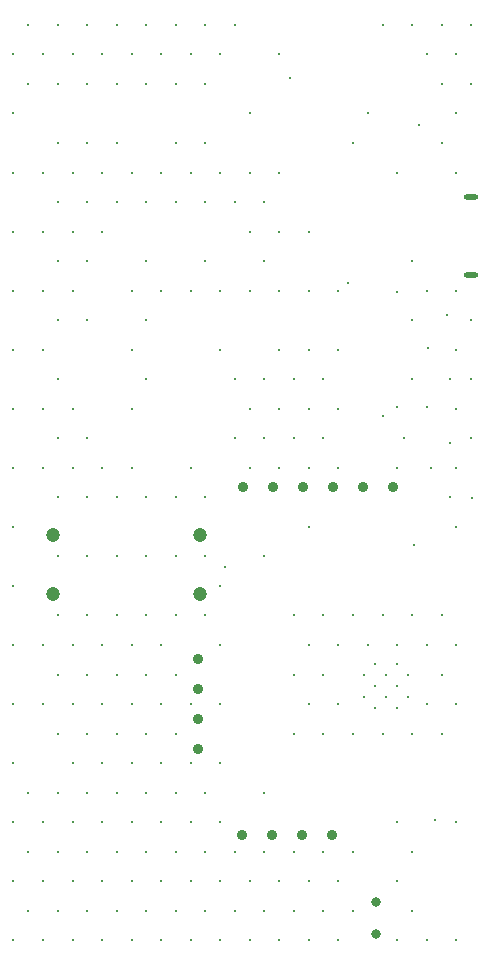
<source format=gbr>
%TF.GenerationSoftware,Altium Limited,Altium Designer,25.7.1 (20)*%
G04 Layer_Color=0*
%FSLAX45Y45*%
%MOMM*%
%TF.SameCoordinates,81D67EAA-D314-4BFC-ACE0-956B7E053A61*%
%TF.FilePolarity,Positive*%
%TF.FileFunction,Plated,1,2,PTH,Drill*%
%TF.Part,Single*%
G01*
G75*
%TA.AperFunction,ComponentDrill*%
%ADD89C,0.90000*%
%ADD90C,1.20000*%
%ADD91C,0.81280*%
%ADD92C,0.90000*%
%ADD93O,1.20000X0.50000*%
%ADD94C,0.20000*%
%TA.AperFunction,ViaDrill,NotFilled*%
%ADD95C,0.30000*%
D89*
X16967200Y8089900D02*
D03*
X16713200D02*
D03*
X16459200D02*
D03*
X16205200D02*
D03*
X15697200D02*
D03*
X15951199D02*
D03*
X16192500Y5143500D02*
D03*
X16446500D02*
D03*
X15684500D02*
D03*
X15938499D02*
D03*
D90*
X14081599Y7679500D02*
D03*
X15331599D02*
D03*
Y7179501D02*
D03*
X14081599D02*
D03*
D91*
X16820341Y4572000D02*
D03*
Y4305300D02*
D03*
D92*
X15316200Y6375400D02*
D03*
Y6121400D02*
D03*
Y6629400D02*
D03*
Y5867400D02*
D03*
D93*
X17627600Y9880798D02*
D03*
Y10540802D02*
D03*
D94*
X16719499Y6495049D02*
D03*
Y6311549D02*
D03*
X16811249Y6586799D02*
D03*
Y6403299D02*
D03*
Y6219800D02*
D03*
X16902998Y6495049D02*
D03*
Y6311549D02*
D03*
X16994749Y6586799D02*
D03*
Y6403299D02*
D03*
Y6219800D02*
D03*
X17086499Y6495049D02*
D03*
Y6311549D02*
D03*
D95*
X17283501Y8250000D02*
D03*
X17145000Y7594600D02*
D03*
X16586200Y9817100D02*
D03*
X17000002Y9742100D02*
D03*
X17420782Y9545783D02*
D03*
X17125002Y9500000D02*
D03*
X17261034Y9261033D02*
D03*
X17448599Y8000000D02*
D03*
Y8457116D02*
D03*
Y9000000D02*
D03*
X17500002Y7750000D02*
D03*
Y8250000D02*
D03*
Y8750000D02*
D03*
X17250002Y8761800D02*
D03*
X17125002Y9000000D02*
D03*
X17057269Y8500000D02*
D03*
X17000002Y8250000D02*
D03*
Y8761800D02*
D03*
X16878300Y8686800D02*
D03*
X17628523Y7996477D02*
D03*
X17625002Y8500000D02*
D03*
Y12000000D02*
D03*
X17500002Y11750000D02*
D03*
X17625002Y11500000D02*
D03*
X17500002Y11250000D02*
D03*
Y10750000D02*
D03*
Y9750000D02*
D03*
X17625002Y9500000D02*
D03*
X17500002Y9250000D02*
D03*
X17625002Y9000000D02*
D03*
X17500002Y6750000D02*
D03*
Y6250000D02*
D03*
Y5250000D02*
D03*
Y4250000D02*
D03*
X17375002Y12000000D02*
D03*
X17250002Y11750000D02*
D03*
X17375002Y11500000D02*
D03*
Y11000000D02*
D03*
X17250002Y9750000D02*
D03*
X17375002Y7000000D02*
D03*
X17250002Y6750000D02*
D03*
X17375002Y6500000D02*
D03*
X17250002Y6250000D02*
D03*
X17375002Y6000000D02*
D03*
X17250002Y4250000D02*
D03*
X17125002Y12000000D02*
D03*
X17000002Y10750000D02*
D03*
X17125002Y10000000D02*
D03*
Y7000000D02*
D03*
X17000002Y6750000D02*
D03*
X17125002Y6000000D02*
D03*
X17000002Y5250000D02*
D03*
X17125002Y5000000D02*
D03*
X17000002Y4750000D02*
D03*
X17125002Y4500000D02*
D03*
X17000002Y4250000D02*
D03*
X16875002Y12000000D02*
D03*
X16750002Y11250000D02*
D03*
X16875002Y7000000D02*
D03*
X16750002Y6750000D02*
D03*
X16875002Y6000000D02*
D03*
X16625002Y11000000D02*
D03*
X16500002Y9750000D02*
D03*
Y9250000D02*
D03*
Y8750000D02*
D03*
Y8250000D02*
D03*
X16625002Y7000000D02*
D03*
X16500002Y6750000D02*
D03*
Y6250000D02*
D03*
X16625002Y6000000D02*
D03*
Y5000000D02*
D03*
X16500002Y4750000D02*
D03*
X16625002Y4500000D02*
D03*
X16500002Y4250000D02*
D03*
X16250002Y10250000D02*
D03*
Y9750000D02*
D03*
Y9250000D02*
D03*
X16375002Y9000000D02*
D03*
X16250002Y8750000D02*
D03*
X16375002Y8500000D02*
D03*
X16250002Y8250000D02*
D03*
Y7750000D02*
D03*
X16375002Y7000000D02*
D03*
X16250002Y6750000D02*
D03*
X16375002Y6500000D02*
D03*
X16250002Y6250000D02*
D03*
X16375002Y6000000D02*
D03*
Y5000000D02*
D03*
X16250002Y4750000D02*
D03*
X16375002Y4500000D02*
D03*
X16250002Y4250000D02*
D03*
X16000002Y11750000D02*
D03*
Y10750000D02*
D03*
Y10250000D02*
D03*
Y9750000D02*
D03*
Y9250000D02*
D03*
X16125002Y9000000D02*
D03*
X16000002Y8750000D02*
D03*
X16125002Y8500000D02*
D03*
X16000002Y8250000D02*
D03*
X16125002Y7000000D02*
D03*
Y6500000D02*
D03*
Y6000000D02*
D03*
Y5000000D02*
D03*
X16000002Y4750000D02*
D03*
X16125002Y4500000D02*
D03*
X16000002Y4250000D02*
D03*
X15750002Y11250000D02*
D03*
Y10750000D02*
D03*
X15875002Y10500000D02*
D03*
X15750002Y10250000D02*
D03*
X15875002Y10000000D02*
D03*
X15750002Y9750000D02*
D03*
X15875002Y9000000D02*
D03*
X15750002Y8750000D02*
D03*
X15875002Y8500000D02*
D03*
X15750002Y8250000D02*
D03*
X15875002Y7500000D02*
D03*
Y5500000D02*
D03*
Y5000000D02*
D03*
X15750002Y4750000D02*
D03*
X15875002Y4500000D02*
D03*
X15750002Y4250000D02*
D03*
X15625002Y12000000D02*
D03*
X15500000Y11750000D02*
D03*
Y10750000D02*
D03*
X15625002Y10500000D02*
D03*
X15500000Y9750000D02*
D03*
Y9250000D02*
D03*
X15625002Y9000000D02*
D03*
Y8500000D02*
D03*
X15500000Y7250000D02*
D03*
Y6750000D02*
D03*
Y6250000D02*
D03*
Y5750000D02*
D03*
Y5250000D02*
D03*
X15625002Y5000000D02*
D03*
X15500000Y4750000D02*
D03*
X15625002Y4500000D02*
D03*
X15500000Y4250000D02*
D03*
X15375000Y12000000D02*
D03*
X15250000Y11750000D02*
D03*
X15375000Y11500000D02*
D03*
Y11000000D02*
D03*
X15250000Y10750000D02*
D03*
X15375000Y10500000D02*
D03*
Y10000000D02*
D03*
X15250000Y9750000D02*
D03*
Y8250000D02*
D03*
X15375000Y8000000D02*
D03*
Y7500000D02*
D03*
Y7000000D02*
D03*
X15250000Y6250000D02*
D03*
Y5750000D02*
D03*
X15375000Y5500000D02*
D03*
X15250000Y5250000D02*
D03*
X15375000Y5000000D02*
D03*
X15250000Y4750000D02*
D03*
X15375000Y4500000D02*
D03*
X15250000Y4250000D02*
D03*
X15125000Y12000000D02*
D03*
X15000000Y11750000D02*
D03*
X15125000Y11500000D02*
D03*
Y11000000D02*
D03*
X15000000Y10750000D02*
D03*
X15125000Y10500000D02*
D03*
X15000000Y9750000D02*
D03*
X15125000Y8000000D02*
D03*
Y7500000D02*
D03*
Y7000000D02*
D03*
X15000000Y6750000D02*
D03*
X15125000Y6500000D02*
D03*
X15000000Y6250000D02*
D03*
X15125000Y6000000D02*
D03*
X15000000Y5750000D02*
D03*
X15125000Y5500000D02*
D03*
X15000000Y5250000D02*
D03*
X15125000Y5000000D02*
D03*
X15000000Y4750000D02*
D03*
X15125000Y4500000D02*
D03*
X15000000Y4250000D02*
D03*
X14875000Y12000000D02*
D03*
X14750000Y11750000D02*
D03*
X14875000Y11500000D02*
D03*
X14750000Y10750000D02*
D03*
X14875000Y10500000D02*
D03*
Y10000000D02*
D03*
X14750000Y9750000D02*
D03*
X14875000Y9500000D02*
D03*
X14750000Y9250000D02*
D03*
X14875000Y9000000D02*
D03*
X14750000Y8750000D02*
D03*
Y8250000D02*
D03*
X14875000Y8000000D02*
D03*
Y7500000D02*
D03*
Y7000000D02*
D03*
X14750000Y6750000D02*
D03*
X14875000Y6500000D02*
D03*
X14750000Y6250000D02*
D03*
X14875000Y6000000D02*
D03*
X14750000Y5750000D02*
D03*
X14875000Y5500000D02*
D03*
X14750000Y5250000D02*
D03*
X14875000Y5000000D02*
D03*
X14750000Y4750000D02*
D03*
X14875000Y4500000D02*
D03*
X14750000Y4250000D02*
D03*
X14625000Y12000000D02*
D03*
X14500000Y11750000D02*
D03*
X14625000Y11500000D02*
D03*
Y11000000D02*
D03*
X14500000Y10750000D02*
D03*
X14625000Y10500000D02*
D03*
X14500000Y10250000D02*
D03*
Y8250000D02*
D03*
X14625000Y8000000D02*
D03*
Y7500000D02*
D03*
Y7000000D02*
D03*
X14500000Y6750000D02*
D03*
X14625000Y6500000D02*
D03*
X14500000Y6250000D02*
D03*
X14625000Y6000000D02*
D03*
X14500000Y5750000D02*
D03*
X14625000Y5500000D02*
D03*
X14500000Y5250000D02*
D03*
X14625000Y5000000D02*
D03*
X14500000Y4750000D02*
D03*
X14625000Y4500000D02*
D03*
X14500000Y4250000D02*
D03*
X14375000Y12000000D02*
D03*
X14250000Y11750000D02*
D03*
X14375000Y11500000D02*
D03*
Y11000000D02*
D03*
X14250000Y10750000D02*
D03*
X14375000Y10500000D02*
D03*
X14250000Y10250000D02*
D03*
X14375000Y10000000D02*
D03*
X14250000Y9750000D02*
D03*
X14375000Y9500000D02*
D03*
X14250000Y8750000D02*
D03*
X14375000Y8500000D02*
D03*
X14250000Y8250000D02*
D03*
X14375000Y8000000D02*
D03*
Y7500000D02*
D03*
Y7000000D02*
D03*
X14250000Y6750000D02*
D03*
X14375000Y6500000D02*
D03*
X14250000Y6250000D02*
D03*
X14375000Y6000000D02*
D03*
X14250000Y5750000D02*
D03*
X14375000Y5500000D02*
D03*
X14250000Y5250000D02*
D03*
X14375000Y5000000D02*
D03*
X14250000Y4750000D02*
D03*
X14375000Y4500000D02*
D03*
X14250000Y4250000D02*
D03*
X14125000Y12000000D02*
D03*
X14000000Y11750000D02*
D03*
X14125000Y11500000D02*
D03*
Y11000000D02*
D03*
X14000000Y10750000D02*
D03*
X14125000Y10500000D02*
D03*
X14000000Y10250000D02*
D03*
X14125000Y10000000D02*
D03*
X14000000Y9750000D02*
D03*
X14125000Y9500000D02*
D03*
X14000000Y9250000D02*
D03*
X14125000Y9000000D02*
D03*
X14000000Y8750000D02*
D03*
X14125000Y8500000D02*
D03*
X14000000Y8250000D02*
D03*
X14125000Y8000000D02*
D03*
Y7500000D02*
D03*
Y7000000D02*
D03*
X14000000Y6750000D02*
D03*
X14125000Y6500000D02*
D03*
X14000000Y6250000D02*
D03*
X14125000Y6000000D02*
D03*
Y5500000D02*
D03*
X14000000Y5250000D02*
D03*
X14125000Y5000000D02*
D03*
X14000000Y4750000D02*
D03*
X14125000Y4500000D02*
D03*
X14000000Y4250000D02*
D03*
X13875000Y12000000D02*
D03*
X13750000Y11750000D02*
D03*
X13875000Y11500000D02*
D03*
X13750000Y11250000D02*
D03*
Y10750000D02*
D03*
Y10250000D02*
D03*
Y9750000D02*
D03*
Y9250000D02*
D03*
Y8750000D02*
D03*
Y8250000D02*
D03*
Y7750000D02*
D03*
Y7250000D02*
D03*
Y6750000D02*
D03*
Y6250000D02*
D03*
Y5750000D02*
D03*
X13875000Y5500000D02*
D03*
X13750000Y5250000D02*
D03*
X13875000Y5000000D02*
D03*
X13750000Y4750000D02*
D03*
X13875000Y4500000D02*
D03*
X13750000Y4250000D02*
D03*
X17322800Y5270500D02*
D03*
X17183099Y11150600D02*
D03*
X15539720Y7409180D02*
D03*
X16093440Y11549380D02*
D03*
%TF.MD5,c09de7ffc6ca8209bb6fc4e359a0a703*%
M02*

</source>
